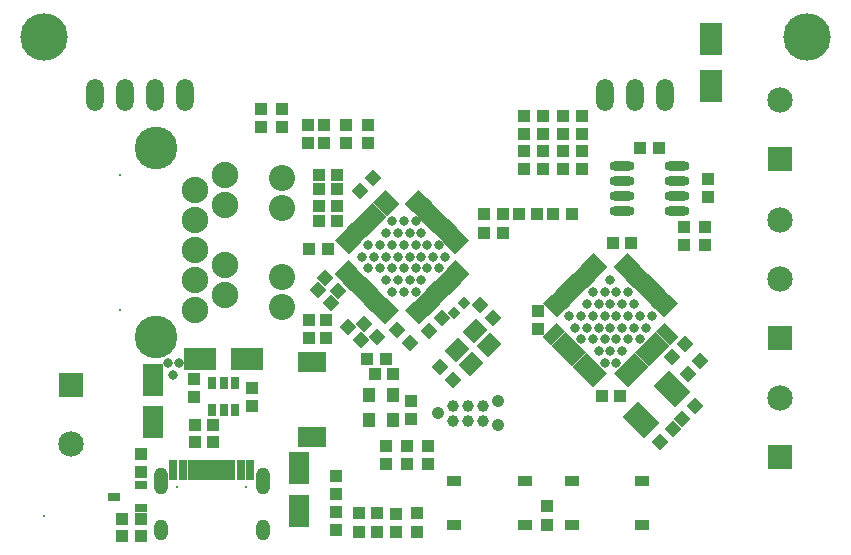
<source format=gts>
G04*
G04 #@! TF.GenerationSoftware,Altium Limited,Altium Designer,19.1.8 (144)*
G04*
G04 Layer_Color=8388736*
%FSLAX25Y25*%
%MOIN*%
G70*
G01*
G75*
%ADD19P,0.04194X4X90.0*%
%ADD20R,0.04343X0.04737*%
G04:AMPARAMS|DCode=21|XSize=19mil|YSize=66mil|CornerRadius=0mil|HoleSize=0mil|Usage=FLASHONLY|Rotation=135.000|XOffset=0mil|YOffset=0mil|HoleType=Round|Shape=Rectangle|*
%AMROTATEDRECTD21*
4,1,4,0.03005,0.01662,-0.01662,-0.03005,-0.03005,-0.01662,0.01662,0.03005,0.03005,0.01662,0.0*
%
%ADD21ROTATEDRECTD21*%

G04:AMPARAMS|DCode=22|XSize=19mil|YSize=66mil|CornerRadius=0mil|HoleSize=0mil|Usage=FLASHONLY|Rotation=225.000|XOffset=0mil|YOffset=0mil|HoleType=Round|Shape=Rectangle|*
%AMROTATEDRECTD22*
4,1,4,-0.01662,0.03005,0.03005,-0.01662,0.01662,-0.03005,-0.03005,0.01662,-0.01662,0.03005,0.0*
%
%ADD22ROTATEDRECTD22*%

%ADD23P,0.05864X4X90.0*%
%ADD24R,0.04147X0.04147*%
%ADD25R,0.03162X0.04343*%
%ADD26O,0.08280X0.03162*%
G04:AMPARAMS|DCode=27|XSize=74.93mil|YSize=102.49mil|CornerRadius=0mil|HoleSize=0mil|Usage=FLASHONLY|Rotation=45.000|XOffset=0mil|YOffset=0mil|HoleType=Round|Shape=Rectangle|*
%AMROTATEDRECTD27*
4,1,4,0.00974,-0.06273,-0.06273,0.00974,-0.00974,0.06273,0.06273,-0.00974,0.00974,-0.06273,0.0*
%
%ADD27ROTATEDRECTD27*%

G04:AMPARAMS|DCode=28|XSize=63.12mil|YSize=55.24mil|CornerRadius=0mil|HoleSize=0mil|Usage=FLASHONLY|Rotation=225.000|XOffset=0mil|YOffset=0mil|HoleType=Round|Shape=Rectangle|*
%AMROTATEDRECTD28*
4,1,4,0.00278,0.04185,0.04185,0.00278,-0.00278,-0.04185,-0.04185,-0.00278,0.00278,0.04185,0.0*
%
%ADD28ROTATEDRECTD28*%

%ADD29C,0.03900*%
%ADD30R,0.03162X0.06509*%
%ADD31R,0.01981X0.06509*%
%ADD32R,0.04343X0.03162*%
%ADD33R,0.04737X0.03753*%
%ADD34R,0.04147X0.04147*%
%ADD35P,0.05864X4X180.0*%
%ADD36R,0.03950X0.03950*%
%ADD37R,0.09461X0.07099*%
%ADD38R,0.07493X0.10642*%
%ADD39R,0.10642X0.07493*%
%ADD40R,0.07099X0.11036*%
%ADD41R,0.08477X0.08477*%
%ADD42C,0.08477*%
%ADD43O,0.05800X0.10800*%
%ADD44C,0.04200*%
%ADD45C,0.08800*%
%ADD46C,0.08674*%
%ADD47C,0.00800*%
%ADD48C,0.14186*%
%ADD49O,0.04737X0.07099*%
%ADD50O,0.04737X0.09068*%
%ADD51C,0.15800*%
%ADD52C,0.03162*%
D19*
X147374Y78374D02*
D03*
X150626Y81626D02*
D03*
D20*
X118866Y51200D02*
D03*
X127134D02*
D03*
X118866Y42800D02*
D03*
X127134D02*
D03*
D21*
X135445Y115031D02*
D03*
X134101Y116375D02*
D03*
X136859Y113617D02*
D03*
X138273Y112203D02*
D03*
X139617Y110859D02*
D03*
X141031Y109445D02*
D03*
X142445Y108031D02*
D03*
X143859Y106617D02*
D03*
X145203Y105273D02*
D03*
X146617Y103859D02*
D03*
X148031Y102445D02*
D03*
X149375Y101101D02*
D03*
X125899Y77625D02*
D03*
X124555Y78969D02*
D03*
X123141Y80383D02*
D03*
X121727Y81797D02*
D03*
X120383Y83141D02*
D03*
X118969Y84555D02*
D03*
X117555Y85969D02*
D03*
X116141Y87383D02*
D03*
X114797Y88727D02*
D03*
X113383Y90141D02*
D03*
X111969Y91555D02*
D03*
X110625Y92899D02*
D03*
X194055Y57969D02*
D03*
X195399Y56625D02*
D03*
X192641Y59383D02*
D03*
X191227Y60797D02*
D03*
X189883Y62141D02*
D03*
X188469Y63555D02*
D03*
X187055Y64969D02*
D03*
X185641Y66383D02*
D03*
X184297Y67727D02*
D03*
X182883Y69141D02*
D03*
X181469Y70555D02*
D03*
X180125Y71899D02*
D03*
X203601Y95375D02*
D03*
X204945Y94031D02*
D03*
X206359Y92617D02*
D03*
X207773Y91203D02*
D03*
X209117Y89859D02*
D03*
X210531Y88445D02*
D03*
X211945Y87031D02*
D03*
X213359Y85617D02*
D03*
X214703Y84273D02*
D03*
X216117Y82859D02*
D03*
X217531Y81445D02*
D03*
X218875Y80101D02*
D03*
D22*
X149375Y92899D02*
D03*
X148031Y91555D02*
D03*
X146617Y90141D02*
D03*
X145203Y88727D02*
D03*
X143859Y87383D02*
D03*
X142445Y85969D02*
D03*
X141031Y84555D02*
D03*
X139617Y83141D02*
D03*
X138273Y81797D02*
D03*
X136859Y80383D02*
D03*
X135445Y78969D02*
D03*
X134101Y77625D02*
D03*
X110625Y101101D02*
D03*
X111969Y102445D02*
D03*
X113383Y103859D02*
D03*
X114797Y105273D02*
D03*
X116141Y106617D02*
D03*
X117555Y108031D02*
D03*
X118969Y109445D02*
D03*
X120383Y110859D02*
D03*
X121727Y112203D02*
D03*
X123141Y113617D02*
D03*
X124555Y115031D02*
D03*
X125899Y116375D02*
D03*
X180125Y80101D02*
D03*
X181469Y81445D02*
D03*
X182883Y82859D02*
D03*
X184297Y84273D02*
D03*
X185641Y85617D02*
D03*
X187055Y87031D02*
D03*
X188469Y88445D02*
D03*
X189883Y89859D02*
D03*
X191227Y91203D02*
D03*
X192641Y92617D02*
D03*
X194055Y94031D02*
D03*
X195399Y95375D02*
D03*
X218875Y71899D02*
D03*
X217531Y70555D02*
D03*
X216117Y69141D02*
D03*
X214703Y67727D02*
D03*
X213359Y66383D02*
D03*
X211945Y64969D02*
D03*
X210531Y63555D02*
D03*
X209117Y62141D02*
D03*
X207773Y60797D02*
D03*
X206359Y59383D02*
D03*
X204945Y57969D02*
D03*
X203601Y56625D02*
D03*
D23*
X116080Y119080D02*
D03*
X120396Y123396D02*
D03*
X223443Y43143D02*
D03*
X227758Y47458D02*
D03*
X220158Y39557D02*
D03*
X215843Y35243D02*
D03*
X225143Y58043D02*
D03*
X229457Y62357D02*
D03*
X219942Y63842D02*
D03*
X224257Y68158D02*
D03*
X143257Y76858D02*
D03*
X138943Y72543D02*
D03*
D24*
X42851Y9700D02*
D03*
X36749D02*
D03*
X102349Y119700D02*
D03*
X108451D02*
D03*
X108351Y113900D02*
D03*
X102249D02*
D03*
X42851Y4200D02*
D03*
X36749D02*
D03*
X186551Y111500D02*
D03*
X180449D02*
D03*
X163551Y105000D02*
D03*
X157449D02*
D03*
X163551Y111500D02*
D03*
X157449D02*
D03*
X168949D02*
D03*
X175051D02*
D03*
X60949Y41000D02*
D03*
X67051D02*
D03*
X60949Y35500D02*
D03*
X67051D02*
D03*
X215551Y133500D02*
D03*
X209449D02*
D03*
X108451Y124500D02*
D03*
X102349D02*
D03*
X196698Y50600D02*
D03*
X202800D02*
D03*
X206451Y101600D02*
D03*
X200349D02*
D03*
X105151Y99600D02*
D03*
X99049D02*
D03*
X118449Y63000D02*
D03*
X124551D02*
D03*
X108351Y109200D02*
D03*
X102249D02*
D03*
X127051Y58000D02*
D03*
X120949D02*
D03*
D25*
X74240Y55028D02*
D03*
X70500D02*
D03*
X66760D02*
D03*
Y45972D02*
D03*
X70500D02*
D03*
X74240D02*
D03*
D26*
X203248Y127500D02*
D03*
Y122500D02*
D03*
Y117500D02*
D03*
Y112500D02*
D03*
X221752Y127500D02*
D03*
Y122500D02*
D03*
Y117500D02*
D03*
Y112500D02*
D03*
D27*
X220050Y52950D02*
D03*
X209750Y42650D02*
D03*
D28*
X159000Y67600D02*
D03*
X152875Y61475D02*
D03*
X154267Y72333D02*
D03*
X148143Y66208D02*
D03*
D29*
X152000Y47500D02*
D03*
X157000Y42500D02*
D03*
X152000D02*
D03*
X147000Y47500D02*
D03*
Y42500D02*
D03*
X157000Y47500D02*
D03*
D30*
X53803Y26059D02*
D03*
X76146D02*
D03*
X56854D02*
D03*
X79197D02*
D03*
D31*
X59610D02*
D03*
X61579D02*
D03*
X69453D02*
D03*
X65516D02*
D03*
X67484D02*
D03*
X63547D02*
D03*
X71421D02*
D03*
X73390D02*
D03*
D32*
X33872Y17200D02*
D03*
X42928Y20940D02*
D03*
Y13460D02*
D03*
D33*
X171000Y7700D02*
D03*
Y22464D02*
D03*
X147378Y7700D02*
D03*
Y22464D02*
D03*
X210100Y7677D02*
D03*
Y22441D02*
D03*
X186478Y7677D02*
D03*
Y22441D02*
D03*
D34*
X118600Y141051D02*
D03*
Y134949D02*
D03*
X111400Y141051D02*
D03*
Y134949D02*
D03*
X83000Y146551D02*
D03*
Y140449D02*
D03*
X232000Y123051D02*
D03*
Y116949D02*
D03*
X107900Y12000D02*
D03*
Y5898D02*
D03*
X124500Y27949D02*
D03*
Y34051D02*
D03*
X131500Y27949D02*
D03*
Y34051D02*
D03*
X138500Y28000D02*
D03*
Y34102D02*
D03*
X134900Y11651D02*
D03*
Y5549D02*
D03*
X231000Y100949D02*
D03*
Y107051D02*
D03*
X178400Y7849D02*
D03*
Y13951D02*
D03*
X128000Y5449D02*
D03*
Y11551D02*
D03*
X224000Y107051D02*
D03*
Y100949D02*
D03*
X104100Y134949D02*
D03*
Y141051D02*
D03*
X190000Y138049D02*
D03*
Y144151D02*
D03*
Y132551D02*
D03*
Y126449D02*
D03*
X104500Y76051D02*
D03*
Y69949D02*
D03*
X183500Y137949D02*
D03*
Y144051D02*
D03*
X177000Y137949D02*
D03*
Y144051D02*
D03*
X170500Y138049D02*
D03*
Y144151D02*
D03*
X90000Y146551D02*
D03*
Y140449D02*
D03*
X183500Y126398D02*
D03*
Y132500D02*
D03*
X177000Y126398D02*
D03*
Y132500D02*
D03*
X170500Y126449D02*
D03*
Y132551D02*
D03*
X43000Y25349D02*
D03*
Y31451D02*
D03*
X99000Y76051D02*
D03*
Y69949D02*
D03*
X60500Y50398D02*
D03*
Y56500D02*
D03*
X98600Y141151D02*
D03*
Y135049D02*
D03*
X175300Y79100D02*
D03*
Y72998D02*
D03*
X133000Y42949D02*
D03*
Y49051D02*
D03*
X108000Y24051D02*
D03*
Y17949D02*
D03*
X80000Y47449D02*
D03*
Y53551D02*
D03*
D35*
X128342Y72658D02*
D03*
X132658Y68343D02*
D03*
X111843Y73658D02*
D03*
X116157Y69342D02*
D03*
X106158Y81842D02*
D03*
X101842Y86158D02*
D03*
X108658Y85843D02*
D03*
X104342Y90158D02*
D03*
X117342Y74657D02*
D03*
X121658Y70342D02*
D03*
X142715Y60530D02*
D03*
X147030Y56215D02*
D03*
X156043Y81058D02*
D03*
X160357Y76743D02*
D03*
D36*
X115500Y11650D02*
D03*
Y5350D02*
D03*
X121500Y11650D02*
D03*
Y5350D02*
D03*
D37*
X100000Y36902D02*
D03*
Y62098D02*
D03*
D38*
X233000Y154126D02*
D03*
Y169874D02*
D03*
D39*
X62500Y63000D02*
D03*
X78248D02*
D03*
D40*
X95500Y12413D02*
D03*
Y26587D02*
D03*
X47000Y56087D02*
D03*
Y41913D02*
D03*
D41*
X19500Y54343D02*
D03*
X256000Y129657D02*
D03*
Y30315D02*
D03*
Y70130D02*
D03*
D42*
X19500Y34657D02*
D03*
X256000Y149343D02*
D03*
Y50000D02*
D03*
Y109500D02*
D03*
Y89815D02*
D03*
D43*
X197658Y151100D02*
D03*
X207658D02*
D03*
X217657D02*
D03*
X57500D02*
D03*
X47500D02*
D03*
X37500D02*
D03*
X27500D02*
D03*
D44*
X142000Y45000D02*
D03*
X162000Y49000D02*
D03*
Y41000D02*
D03*
D45*
X61000Y79500D02*
D03*
Y89500D02*
D03*
X71000Y84500D02*
D03*
X61000Y99500D02*
D03*
Y109500D02*
D03*
Y119500D02*
D03*
X71000Y94500D02*
D03*
Y114500D02*
D03*
Y124500D02*
D03*
D46*
X90016Y80484D02*
D03*
X90016Y90484D02*
D03*
X90016Y113516D02*
D03*
Y123516D02*
D03*
D47*
X36000Y79500D02*
D03*
Y124500D02*
D03*
X55122Y20370D02*
D03*
X77878D02*
D03*
X10630Y10630D02*
D03*
D48*
X48008Y133496D02*
D03*
Y70504D02*
D03*
D49*
X49492Y6000D02*
D03*
X83508D02*
D03*
D50*
X49492Y22457D02*
D03*
X83508D02*
D03*
D51*
X264961Y170472D02*
D03*
X10630D02*
D03*
D52*
X213240Y77477D02*
D03*
X211272Y73540D02*
D03*
X207335Y81414D02*
D03*
X209303Y77477D02*
D03*
X207335Y73540D02*
D03*
X209303Y69603D02*
D03*
X205366Y85351D02*
D03*
X203398Y81414D02*
D03*
X205366Y77477D02*
D03*
X203398Y73540D02*
D03*
X205366Y69603D02*
D03*
X203398Y65665D02*
D03*
X199461Y89288D02*
D03*
X201429Y85351D02*
D03*
X199461Y81414D02*
D03*
X201429Y77477D02*
D03*
X199461Y73540D02*
D03*
X201429Y69603D02*
D03*
X199461Y65665D02*
D03*
X201429Y61728D02*
D03*
X197492Y85351D02*
D03*
X195524Y81414D02*
D03*
X197492Y77477D02*
D03*
X195524Y73540D02*
D03*
X197492Y69603D02*
D03*
X195524Y65665D02*
D03*
X197492Y61728D02*
D03*
X193555Y85351D02*
D03*
X191587Y81414D02*
D03*
X193555Y77477D02*
D03*
X191587Y73540D02*
D03*
X193555Y69603D02*
D03*
X189618Y77477D02*
D03*
X187650Y73540D02*
D03*
X189618Y69603D02*
D03*
X185681Y77477D02*
D03*
X144343Y97162D02*
D03*
X142374Y101099D02*
D03*
X140406Y97162D02*
D03*
X142374Y93225D02*
D03*
X136469Y105035D02*
D03*
X138437Y101099D02*
D03*
X136469Y97162D02*
D03*
X138437Y93225D02*
D03*
X136469Y89288D02*
D03*
X134500Y108973D02*
D03*
X132532Y105035D02*
D03*
X134500Y101099D02*
D03*
X132532Y97162D02*
D03*
X134500Y93225D02*
D03*
X132532Y89288D02*
D03*
X134500Y85351D02*
D03*
X130563Y108973D02*
D03*
X128595Y105035D02*
D03*
X130563Y101099D02*
D03*
X128595Y97162D02*
D03*
X130563Y93225D02*
D03*
X128595Y89288D02*
D03*
X130563Y85351D02*
D03*
X126626Y108973D02*
D03*
X124658Y105035D02*
D03*
X126626Y101099D02*
D03*
X124658Y97162D02*
D03*
X126626Y93225D02*
D03*
X124658Y89288D02*
D03*
X126626Y85351D02*
D03*
X122689Y101099D02*
D03*
X120721Y97162D02*
D03*
X122689Y93225D02*
D03*
X118752Y101099D02*
D03*
X116784Y97162D02*
D03*
X118752Y93225D02*
D03*
X55760Y61728D02*
D03*
X53791Y57791D02*
D03*
X51823Y61728D02*
D03*
M02*

</source>
